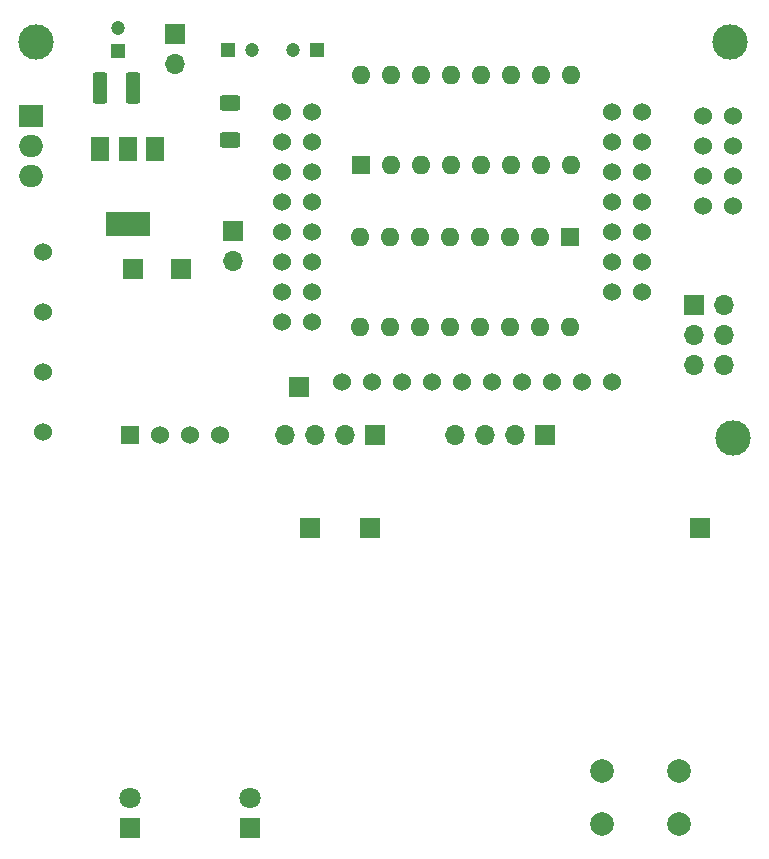
<source format=gbr>
%TF.GenerationSoftware,KiCad,Pcbnew,8.0.1*%
%TF.CreationDate,2024-04-01T21:08:38-04:00*%
%TF.ProjectId,esp32-node-board-40x65,65737033-322d-46e6-9f64-652d626f6172,rev?*%
%TF.SameCoordinates,Original*%
%TF.FileFunction,Soldermask,Bot*%
%TF.FilePolarity,Negative*%
%FSLAX46Y46*%
G04 Gerber Fmt 4.6, Leading zero omitted, Abs format (unit mm)*
G04 Created by KiCad (PCBNEW 8.0.1) date 2024-04-01 21:08:38*
%MOMM*%
%LPD*%
G01*
G04 APERTURE LIST*
G04 Aperture macros list*
%AMRoundRect*
0 Rectangle with rounded corners*
0 $1 Rounding radius*
0 $2 $3 $4 $5 $6 $7 $8 $9 X,Y pos of 4 corners*
0 Add a 4 corners polygon primitive as box body*
4,1,4,$2,$3,$4,$5,$6,$7,$8,$9,$2,$3,0*
0 Add four circle primitives for the rounded corners*
1,1,$1+$1,$2,$3*
1,1,$1+$1,$4,$5*
1,1,$1+$1,$6,$7*
1,1,$1+$1,$8,$9*
0 Add four rect primitives between the rounded corners*
20,1,$1+$1,$2,$3,$4,$5,0*
20,1,$1+$1,$4,$5,$6,$7,0*
20,1,$1+$1,$6,$7,$8,$9,0*
20,1,$1+$1,$8,$9,$2,$3,0*%
G04 Aperture macros list end*
%ADD10R,1.700000X1.700000*%
%ADD11R,1.800000X1.800000*%
%ADD12C,1.800000*%
%ADD13C,2.000000*%
%ADD14R,1.200000X1.200000*%
%ADD15C,1.200000*%
%ADD16C,1.524000*%
%ADD17C,3.000000*%
%ADD18R,1.600000X1.600000*%
%ADD19O,1.600000X1.600000*%
%ADD20O,1.700000X1.700000*%
%ADD21R,1.524000X1.524000*%
%ADD22R,2.000000X1.905000*%
%ADD23O,2.000000X1.905000*%
%ADD24RoundRect,0.250000X-0.625000X0.400000X-0.625000X-0.400000X0.625000X-0.400000X0.625000X0.400000X0*%
%ADD25RoundRect,0.250000X-0.375000X-1.075000X0.375000X-1.075000X0.375000X1.075000X-0.375000X1.075000X0*%
%ADD26R,1.500000X2.000000*%
%ADD27R,3.800000X2.000000*%
G04 APERTURE END LIST*
D10*
%TO.C,J19*%
X111540000Y-84650000D03*
%TD*%
%TO.C,J18*%
X95500000Y-62750000D03*
%TD*%
D11*
%TO.C,D6*%
X101380000Y-110050000D03*
D12*
X101380000Y-107510000D03*
%TD*%
D10*
%TO.C,J17*%
X139480000Y-84650000D03*
%TD*%
%TO.C,J16*%
X105500000Y-72750000D03*
%TD*%
%TO.C,J15*%
X106460000Y-84650000D03*
%TD*%
D11*
%TO.C,D5*%
X91220000Y-110050000D03*
D12*
X91220000Y-107510000D03*
%TD*%
D10*
%TO.C,J7*%
X91500000Y-62750000D03*
%TD*%
D13*
%TO.C,SW1*%
X131150000Y-105260000D03*
X137650000Y-105260000D03*
X131150000Y-109760000D03*
X137650000Y-109760000D03*
%TD*%
D14*
%TO.C,C2*%
X107000000Y-44200000D03*
D15*
X105000000Y-44200000D03*
%TD*%
D16*
%TO.C,J1*%
X104060000Y-67200000D03*
X106600000Y-67200000D03*
X104060000Y-49420000D03*
X106600000Y-49420000D03*
X104060000Y-51960000D03*
X106600000Y-51960000D03*
X104060000Y-54500000D03*
X106600000Y-54500000D03*
X104060000Y-57040000D03*
X106600000Y-57040000D03*
X104060000Y-59580000D03*
X106600000Y-59580000D03*
X104060000Y-62120000D03*
X106600000Y-62120000D03*
X104060000Y-64660000D03*
X106600000Y-64660000D03*
X109140000Y-72280000D03*
X111680000Y-72280000D03*
X114220000Y-72280000D03*
X116760000Y-72280000D03*
X119300000Y-72280000D03*
X121840000Y-72280000D03*
X124380000Y-72280000D03*
X126920000Y-72280000D03*
X129460000Y-72280000D03*
X132000000Y-72280000D03*
X134540000Y-64660000D03*
X132000000Y-64660000D03*
X134540000Y-62120000D03*
X132000000Y-62120000D03*
X134540000Y-59580000D03*
X132000000Y-59580000D03*
X134540000Y-57040000D03*
X132000000Y-57040000D03*
X134540000Y-54500000D03*
X132000000Y-54500000D03*
X134540000Y-51960000D03*
X132000000Y-51960000D03*
X134540000Y-49420000D03*
X132000000Y-49420000D03*
%TD*%
D17*
%TO.C,H1*%
X142000000Y-43500000D03*
%TD*%
%TO.C,H2*%
X83250000Y-43530000D03*
%TD*%
D18*
%TO.C,U3*%
X128475000Y-60000000D03*
D19*
X125935000Y-60000000D03*
X123395000Y-60000000D03*
X120855000Y-60000000D03*
X118315000Y-60000000D03*
X115775000Y-60000000D03*
X113235000Y-60000000D03*
X110695000Y-60000000D03*
X110695000Y-67620000D03*
X113235000Y-67620000D03*
X115775000Y-67620000D03*
X118315000Y-67620000D03*
X120855000Y-67620000D03*
X123395000Y-67620000D03*
X125935000Y-67620000D03*
X128475000Y-67620000D03*
%TD*%
D16*
%TO.C,J9*%
X83820000Y-61310000D03*
X83820000Y-66390000D03*
%TD*%
D18*
%TO.C,U5*%
X110725000Y-53900000D03*
D19*
X113265000Y-53900000D03*
X115805000Y-53900000D03*
X118345000Y-53900000D03*
X120885000Y-53900000D03*
X123425000Y-53900000D03*
X125965000Y-53900000D03*
X128505000Y-53900000D03*
X128505000Y-46280000D03*
X125965000Y-46280000D03*
X123425000Y-46280000D03*
X120885000Y-46280000D03*
X118345000Y-46280000D03*
X115805000Y-46280000D03*
X113265000Y-46280000D03*
X110725000Y-46280000D03*
%TD*%
D10*
%TO.C,J2*%
X95025000Y-42850000D03*
D20*
X95025000Y-45390000D03*
%TD*%
D10*
%TO.C,J6*%
X111940000Y-76800000D03*
D20*
X109400000Y-76800000D03*
X106860000Y-76800000D03*
X104320000Y-76800000D03*
%TD*%
D10*
%TO.C,J10*%
X126380000Y-76800000D03*
D20*
X123840000Y-76800000D03*
X121300000Y-76800000D03*
X118760000Y-76800000D03*
%TD*%
D14*
%TO.C,C3*%
X99500000Y-44200000D03*
D15*
X101500000Y-44200000D03*
%TD*%
D10*
%TO.C,J5*%
X99925000Y-59550000D03*
D20*
X99925000Y-62090000D03*
%TD*%
D10*
%TO.C,J14*%
X138960000Y-65760000D03*
D20*
X138960000Y-68300000D03*
X138960000Y-70840000D03*
X141500000Y-65760000D03*
X141500000Y-68300000D03*
X141500000Y-70840000D03*
%TD*%
D16*
%TO.C,J3*%
X139700000Y-52310000D03*
X139700000Y-49770000D03*
X139700000Y-57390000D03*
X139700000Y-54850000D03*
%TD*%
D14*
%TO.C,C1*%
X90200000Y-44300000D03*
D15*
X90200000Y-42300000D03*
%TD*%
D21*
%TO.C,U7*%
X91220000Y-76800000D03*
D16*
X93760000Y-76800000D03*
X96300000Y-76800000D03*
X98840000Y-76800000D03*
%TD*%
D22*
%TO.C,U4*%
X82855000Y-49770000D03*
D23*
X82855000Y-52310000D03*
X82855000Y-54850000D03*
%TD*%
D16*
%TO.C,J4*%
X142240000Y-49770000D03*
X142240000Y-57390000D03*
X142240000Y-54850000D03*
X142240000Y-52310000D03*
%TD*%
D17*
%TO.C,H4*%
X142250000Y-77000000D03*
%TD*%
D16*
%TO.C,J8*%
X83820000Y-71470000D03*
X83820000Y-76550000D03*
%TD*%
D24*
%TO.C,R1*%
X99700000Y-48700000D03*
X99700000Y-51800000D03*
%TD*%
D25*
%TO.C,D4*%
X88700000Y-47400000D03*
X91500000Y-47400000D03*
%TD*%
D26*
%TO.C,U1*%
X88700000Y-52600000D03*
X91000000Y-52600000D03*
D27*
X91000000Y-58900000D03*
D26*
X93300000Y-52600000D03*
%TD*%
M02*

</source>
